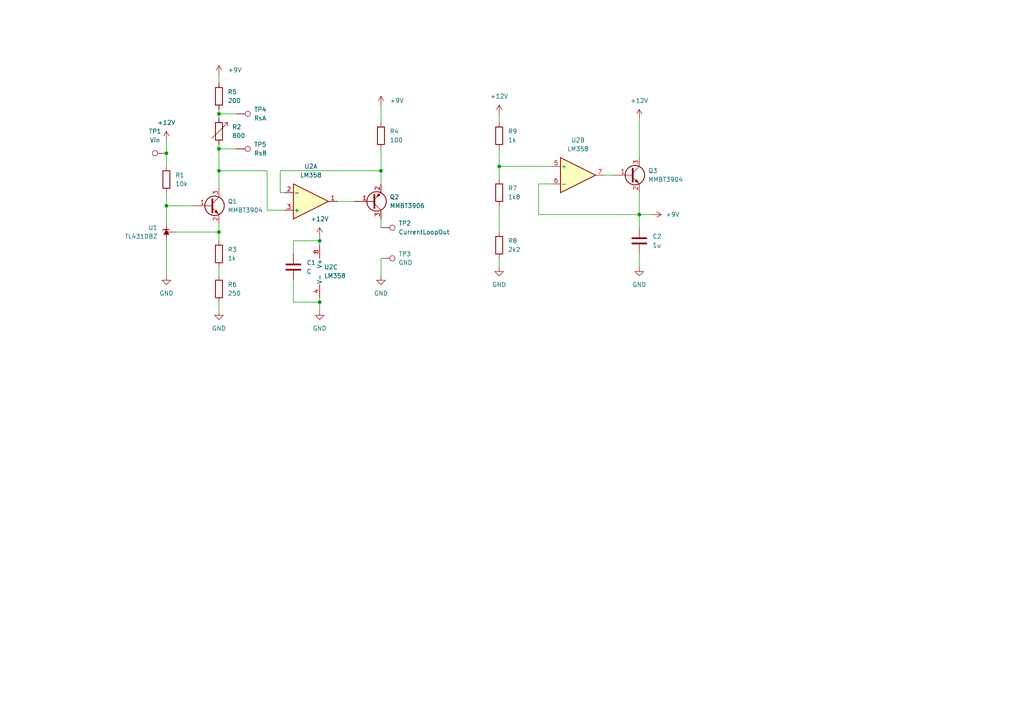
<source format=kicad_sch>
(kicad_sch (version 20211123) (generator eeschema)
  (paper "A4")
  (lib_symbols
    (symbol "Amplifier_Operational:LM358" (pin_names (offset 0.127))
      (property "Reference" "U" (at 0 5.08 0))
      (property "Value" "LM358" (at 0 -5.08 0))
      (symbol "LM358_1_1"
        (polyline (pts (xy -5.08 5.08) (xy 5.08 0) (xy -5.08 -5.08) (xy -5.08 5.08)) (stroke (width 0.254)) (fill (type background)))
        (pin output line (at 7.62 0 180) (length 2.54) (name "~") (number "1"))
        (pin input line (at -7.62 -2.54 0) (length 2.54) (name "-") (number "2"))
        (pin input line (at -7.62 2.54 0) (length 2.54) (name "+") (number "3"))
      )
      (symbol "LM358_2_1"
        (polyline (pts (xy -5.08 5.08) (xy 5.08 0) (xy -5.08 -5.08) (xy -5.08 5.08)) (stroke (width 0.254)) (fill (type background)))
        (pin input line (at -7.62 2.54 0) (length 2.54) (name "+") (number "5"))
        (pin input line (at -7.62 -2.54 0) (length 2.54) (name "-") (number "6"))
        (pin output line (at 7.62 0 180) (length 2.54) (name "~") (number "7"))
      )
      (symbol "LM358_3_1"
        (pin power_in line (at -2.54 -7.62 90) (length 3.81) (name "V-") (number "4"))
        (pin power_in line (at -2.54 7.62 270) (length 3.81) (name "V+") (number "8"))
      )
    )
    (symbol "Connector:TestPoint" (pin_numbers hide) (pin_names (offset 0.762) hide)
      (property "Reference" "TP" (at 0 6.858 0))
      (property "Value" "TestPoint" (at 0 5.08 0))
      (symbol "TestPoint_0_1"
        (circle (center 0 3.302) (radius 0.762))
      )
      (symbol "TestPoint_1_1"
        (pin passive line (at 0 0 90) (length 2.54) (name "1") (number "1"))
      )
    )
    (symbol "Device:C" (pin_numbers hide) (pin_names (offset 0.254))
      (property "Reference" "C" (at 0.635 2.54 0))
      (property "Value" "C" (at 0.635 -2.54 0))
      (symbol "C_0_1"
        (polyline (pts (xy -2.032 -0.762) (xy 2.032 -0.762)) (stroke (width 0.508)))
        (polyline (pts (xy -2.032 0.762) (xy 2.032 0.762)) (stroke (width 0.508)))
      )
      (symbol "C_1_1"
        (pin passive line (at 0 3.81 270) (length 2.794) (name "~") (number "1"))
        (pin passive line (at 0 -3.81 90) (length 2.794) (name "~") (number "2"))
      )
    )
    (symbol "Device:R" (pin_numbers hide) (pin_names (offset 0))
      (property "Reference" "R" (at 2.032 0 90))
      (property "Value" "R" (at 0 0 90))
      (symbol "R_0_1"
        (rectangle (start -1.016 -2.54) (end 1.016 2.54) (stroke (width 0.254)))
      )
      (symbol "R_1_1"
        (pin passive line (at 0 3.81 270) (length 1.27) (name "~") (number "1"))
        (pin passive line (at 0 -3.81 90) (length 1.27) (name "~") (number "2"))
      )
    )
    (symbol "Device:R_Variable" (pin_numbers hide) (pin_names (offset 0))
      (property "Reference" "R" (at 2.54 -2.54 90))
      (property "Value" "R_Variable" (at -2.54 -1.27 90))
      (symbol "R_Variable_0_1"
        (rectangle (start -1.016 -2.54) (end 1.016 2.54) (stroke (width 0.254)))
        (polyline (pts (xy 2.54 1.524) (xy 2.54 2.54) (xy 1.524 2.54) (xy 2.54 2.54) (xy -2.032 -2.032)))
      )
      (symbol "R_Variable_1_1"
        (pin passive line (at 0 3.81 270) (length 1.27) (name "~") (number "1"))
        (pin passive line (at 0 -3.81 90) (length 1.27) (name "~") (number "2"))
      )
    )
    (symbol "Reference_Voltage:TL431DBZ" (pin_numbers hide) (pin_names hide)
      (property "Reference" "U" (at -2.54 2.54 0))
      (property "Value" "TL431DBZ" (at 0 -2.54 0))
      (symbol "TL431DBZ_0_1"
        (polyline (pts (xy -1.27 0) (xy 0 0) (xy 1.27 0)))
        (polyline (pts (xy -0.762 0.762) (xy 0.762 0) (xy -0.762 -0.762)) (fill (type outline)))
        (polyline (pts (xy 0.508 -1.016) (xy 0.762 -0.762) (xy 0.762 0.762) (xy 0.762 0.762)) (stroke (width 0.254)))
      )
      (symbol "TL431DBZ_1_1"
        (pin passive line (at 2.54 0 180) (length 2.54) (name "K") (number "1"))
        (pin passive line (at 0 2.54 270) (length 2.54) (name "REF") (number "2"))
        (pin passive line (at -2.54 0 0) (length 2.54) (name "A") (number "3"))
      )
    )
    (symbol "Transistor_BJT:MMBT3904" (pin_names (offset 0) hide)
      (property "Reference" "Q" (at 5.08 1.905 0))
      (property "Value" "MMBT3904" (at 5.08 0 0))
      (symbol "MMBT3904_0_1"
        (polyline (pts (xy 0.635 0.635) (xy 2.54 2.54)))
        (polyline (pts (xy 0.635 -0.635) (xy 2.54 -2.54) (xy 2.54 -2.54)))
        (polyline (pts (xy 0.635 1.905) (xy 0.635 -1.905) (xy 0.635 -1.905)) (stroke (width 0.508)))
        (polyline (pts (xy 1.27 -1.778) (xy 1.778 -1.27) (xy 2.286 -2.286) (xy 1.27 -1.778) (xy 1.27 -1.778)) (fill (type outline)))
        (circle (center 1.27 0) (radius 2.8194) (stroke (width 0.254)))
      )
      (symbol "MMBT3904_1_1"
        (pin input line (at -5.08 0 0) (length 5.715) (name "B") (number "1"))
        (pin passive line (at 2.54 -5.08 90) (length 2.54) (name "E") (number "2"))
        (pin passive line (at 2.54 5.08 270) (length 2.54) (name "C") (number "3"))
      )
    )
    (symbol "Transistor_BJT:MMBT3906" (pin_names (offset 0) hide)
      (property "Reference" "Q" (at 5.08 1.905 0))
      (property "Value" "MMBT3906" (at 5.08 0 0))
      (symbol "MMBT3906_0_1"
        (polyline (pts (xy 0.635 0.635) (xy 2.54 2.54)))
        (polyline (pts (xy 0.635 -0.635) (xy 2.54 -2.54) (xy 2.54 -2.54)))
        (polyline (pts (xy 0.635 1.905) (xy 0.635 -1.905) (xy 0.635 -1.905)) (stroke (width 0.508)))
        (polyline (pts (xy 2.286 -1.778) (xy 1.778 -2.286) (xy 1.27 -1.27) (xy 2.286 -1.778) (xy 2.286 -1.778)) (fill (type outline)))
        (circle (center 1.27 0) (radius 2.8194) (stroke (width 0.254)))
      )
      (symbol "MMBT3906_1_1"
        (pin input line (at -5.08 0 0) (length 5.715) (name "B") (number "1"))
        (pin passive line (at 2.54 -5.08 90) (length 2.54) (name "E") (number "2"))
        (pin passive line (at 2.54 5.08 270) (length 2.54) (name "C") (number "3"))
      )
    )
    (symbol "power:+12V" (power) (pin_names (offset 0))
      (property "Value" "+12V" (at 0 3.556 0))
      (symbol "+12V_0_1"
        (polyline (pts (xy -0.762 1.27) (xy 0 2.54)))
        (polyline (pts (xy 0 0) (xy 0 2.54)))
        (polyline (pts (xy 0 2.54) (xy 0.762 1.27)))
      )
      (symbol "+12V_1_1"
        (pin power_in line (at 0 0 90) (length 0) hide (name "+12V") (number "1"))
      )
    )
    (symbol "power:+9V" (power) (pin_names (offset 0))
      (property "Value" "+9V" (at 0 3.556 0))
      (symbol "+9V_0_1"
        (polyline (pts (xy -0.762 1.27) (xy 0 2.54)))
        (polyline (pts (xy 0 0) (xy 0 2.54)))
        (polyline (pts (xy 0 2.54) (xy 0.762 1.27)))
      )
      (symbol "+9V_1_1"
        (pin power_in line (at 0 0 90) (length 0) hide (name "+9V") (number "1"))
      )
    )
    (symbol "power:GND" (power) (pin_names (offset 0))
      (property "Value" "GND" (at 0 -3.81 0))
      (symbol "GND_0_1"
        (polyline (pts (xy 0 0) (xy 0 -1.27) (xy 1.27 -1.27) (xy 0 -2.54) (xy -1.27 -1.27) (xy 0 -1.27)))
      )
      (symbol "GND_1_1"
        (pin power_in line (at 0 0 270) (length 0) hide (name "GND") (number "1"))
      )
    )
  )
  (junction (at 63.5 49.53))
  (junction (at 48.26 44.45))
  (junction (at 92.71 87.63))
  (junction (at 110.49 49.53))
  (junction (at 144.78 48.26))
  (junction (at 92.71 69.85))
  (junction (at 185.42 62.23))
  (junction (at 63.5 43.18))
  (junction (at 63.5 33.02))
  (junction (at 48.26 59.69))
  (junction (at 63.5 67.31))
  (wire (pts (xy 97.79 58.42) (xy 102.87 58.42)))
  (wire (pts (xy 50.8 67.31) (xy 63.5 67.31)))
  (wire (pts (xy 185.42 62.23) (xy 189.23 62.23)))
  (wire (pts (xy 85.09 87.63) (xy 85.09 81.28)))
  (wire (pts (xy 185.42 62.23) (xy 185.42 55.88)))
  (wire (pts (xy 110.49 74.93) (xy 110.49 80.01)))
  (wire (pts (xy 92.71 86.36) (xy 92.71 87.63)))
  (wire (pts (xy 85.09 69.85) (xy 92.71 69.85)))
  (wire (pts (xy 144.78 33.02) (xy 144.78 35.56)))
  (wire (pts (xy 48.26 40.64) (xy 48.26 44.45)))
  (wire (pts (xy 185.42 34.29) (xy 185.42 45.72)))
  (wire (pts (xy 63.5 31.75) (xy 63.5 33.02)))
  (wire (pts (xy 48.26 55.88) (xy 48.26 59.69)))
  (wire (pts (xy 63.5 21.59) (xy 63.5 24.13)))
  (wire (pts (xy 92.71 87.63) (xy 85.09 87.63)))
  (wire (pts (xy 63.5 87.63) (xy 63.5 90.17)))
  (wire (pts (xy 110.49 49.53) (xy 110.49 53.34)))
  (wire (pts (xy 81.28 55.88) (xy 81.28 49.53)))
  (wire (pts (xy 85.09 73.66) (xy 85.09 69.85)))
  (wire (pts (xy 92.71 87.63) (xy 92.71 90.17)))
  (wire (pts (xy 63.5 77.47) (xy 63.5 80.01)))
  (wire (pts (xy 175.26 50.8) (xy 177.8 50.8)))
  (wire (pts (xy 92.71 68.58) (xy 92.71 69.85)))
  (wire (pts (xy 77.47 60.96) (xy 77.47 49.53)))
  (wire (pts (xy 144.78 48.26) (xy 160.02 48.26)))
  (wire (pts (xy 92.71 69.85) (xy 92.71 71.12)))
  (wire (pts (xy 144.78 74.93) (xy 144.78 77.47)))
  (wire (pts (xy 77.47 49.53) (xy 63.5 49.53)))
  (wire (pts (xy 144.78 59.69) (xy 144.78 67.31)))
  (wire (pts (xy 110.49 63.5) (xy 110.49 66.04)))
  (wire (pts (xy 82.55 60.96) (xy 77.47 60.96)))
  (wire (pts (xy 63.5 49.53) (xy 63.5 54.61)))
  (wire (pts (xy 110.49 30.48) (xy 110.49 35.56)))
  (wire (pts (xy 81.28 49.53) (xy 110.49 49.53)))
  (wire (pts (xy 144.78 43.18) (xy 144.78 48.26)))
  (wire (pts (xy 48.26 64.77) (xy 48.26 59.69)))
  (wire (pts (xy 63.5 43.18) (xy 68.58 43.18)))
  (wire (pts (xy 63.5 41.91) (xy 63.5 43.18)))
  (wire (pts (xy 48.26 44.45) (xy 48.26 48.26)))
  (wire (pts (xy 160.02 53.34) (xy 156.21 53.34)))
  (wire (pts (xy 156.21 53.34) (xy 156.21 62.23)))
  (wire (pts (xy 185.42 73.66) (xy 185.42 77.47)))
  (wire (pts (xy 156.21 62.23) (xy 185.42 62.23)))
  (wire (pts (xy 48.26 59.69) (xy 55.88 59.69)))
  (wire (pts (xy 110.49 49.53) (xy 110.49 43.18)))
  (wire (pts (xy 63.5 43.18) (xy 63.5 49.53)))
  (wire (pts (xy 63.5 33.02) (xy 63.5 34.29)))
  (wire (pts (xy 63.5 67.31) (xy 63.5 69.85)))
  (wire (pts (xy 82.55 55.88) (xy 81.28 55.88)))
  (wire (pts (xy 63.5 33.02) (xy 68.58 33.02)))
  (wire (pts (xy 48.26 69.85) (xy 48.26 80.01)))
  (wire (pts (xy 144.78 48.26) (xy 144.78 52.07)))
  (wire (pts (xy 185.42 62.23) (xy 185.42 66.04)))
  (wire (pts (xy 63.5 64.77) (xy 63.5 67.31)))
  (symbol (lib_id "Transistor_BJT:MMBT3904") (at 182.88 50.8 0) (unit 1)
    (property "Reference" "Q3" (at 187.96 49.5299 0) (effects (justify left)))
    (property "Value" "MMBT3904" (at 187.96 52.0699 0) (effects (justify left)))
    (property "Footprint" "Package_TO_SOT_SMD:SOT-23_Handsoldering" (effects hide))
    (property "Datasheet" "https://www.onsemi.com/pub/Collateral/2N3903-D.PDF" (effects hide))
  )
  (symbol (lib_id "Reference_Voltage:TL431DBZ") (at 48.26 67.31 270) (mirror x) (unit 1)
    (property "Reference" "U1" (at 45.72 66.0399 90) (effects (justify right)))
    (property "Value" "TL431DBZ" (at 45.72 68.5799 90) (effects (justify right)))
    (property "Footprint" "Package_TO_SOT_SMD:SOT-23" (effects hide))
    (property "Datasheet" "http://www.ti.com/lit/ds/symlink/tl431.pdf" (effects hide))
  )
  (symbol (lib_id "Amplifier_Operational:LM358") (at 90.17 78.74 0) (mirror y) (unit 3)
    (property "Reference" "U2" (at 93.98 77.4699 0) (effects (justify right)))
    (property "Value" "LM358" (at 93.98 80.0099 0) (effects (justify right)))
    (property "Footprint" "Package_SO:SO-8_5.3x6.2mm_P1.27mm" (effects hide))
    (property "Datasheet" "http://www.ti.com/lit/ds/symlink/lm2904-n.pdf" (effects hide))
  )
  (symbol (lib_id "Device:C") (at 185.42 69.85 0) (unit 1)
    (property "Reference" "C2" (at 189.23 68.5799 0) (effects (justify left)))
    (property "Value" "1u" (at 189.23 71.1199 0) (effects (justify left)))
    (property "Footprint" "Capacitor_SMD:C_0603_1608Metric_Pad1.08x0.95mm_HandSolder" (effects hide))
  )
  (symbol (lib_id "Device:R") (at 110.49 39.37 0) (unit 1)
    (property "Reference" "R4" (at 113.03 38.0999 0) (effects (justify left)))
    (property "Value" "100" (at 113.03 40.6399 0) (effects (justify left)))
    (property "Footprint" "Resistor_SMD:R_0603_1608Metric" (effects hide))
  )
  (symbol (lib_id "power:GND") (at 48.26 80.01 0) (unit 1)
    (property "Reference" "#PWR0104" (effects hide))
    (property "Value" "GND" (at 48.26 85.09 0))
  )
  (symbol (lib_id "Amplifier_Operational:LM358") (at 167.64 50.8 0) (unit 2)
    (property "Reference" "U2" (at 167.64 40.64 0))
    (property "Value" "LM358" (at 167.64 43.18 0))
    (property "Datasheet" "http://www.ti.com/lit/ds/symlink/lm2904-n.pdf" (effects hide))
  )
  (symbol (lib_id "Device:R") (at 48.26 52.07 0) (unit 1)
    (property "Reference" "R1" (at 50.8 50.7999 0) (effects (justify left)))
    (property "Value" "10k" (at 50.8 53.3399 0) (effects (justify left)))
    (property "Footprint" "Resistor_SMD:R_0603_1608Metric" (effects hide))
  )
  (symbol (lib_id "Device:R") (at 63.5 83.82 0) (unit 1)
    (property "Reference" "R6" (at 66.04 82.5499 0) (effects (justify left)))
    (property "Value" "250" (at 66.04 85.0899 0) (effects (justify left)))
    (property "Footprint" "Resistor_SMD:R_0603_1608Metric" (effects hide))
  )
  (symbol (lib_id "Device:R") (at 144.78 71.12 0) (unit 1)
    (property "Reference" "R8" (at 147.32 69.8499 0) (effects (justify left)))
    (property "Value" "2k2" (at 147.32 72.3899 0) (effects (justify left)))
    (property "Footprint" "Resistor_SMD:R_0603_1608Metric" (effects hide))
  )
  (symbol (lib_id "power:GND") (at 92.71 90.17 0) (unit 1)
    (property "Reference" "#PWR0109" (effects hide))
    (property "Value" "GND" (at 92.71 95.25 0))
  )
  (symbol (lib_id "Connector:TestPoint") (at 48.26 44.45 90) (unit 1)
    (property "Reference" "TP1" (at 44.958 38.1 90))
    (property "Value" "Vin" (at 44.958 40.64 90))
    (property "Footprint" "Connector_PinHeader_2.54mm:PinHeader_1x01_P2.54mm_Vertical" (effects hide))
  )
  (symbol (lib_id "Device:R") (at 63.5 73.66 0) (unit 1)
    (property "Reference" "R3" (at 66.04 72.3899 0) (effects (justify left)))
    (property "Value" "1k" (at 66.04 74.9299 0) (effects (justify left)))
    (property "Footprint" "Resistor_SMD:R_0603_1608Metric" (effects hide))
  )
  (symbol (lib_id "Device:R") (at 144.78 39.37 0) (unit 1)
    (property "Reference" "R9" (at 147.32 38.0999 0) (effects (justify left)))
    (property "Value" "1k" (at 147.32 40.6399 0) (effects (justify left)))
    (property "Footprint" "Resistor_SMD:R_0603_1608Metric" (effects hide))
  )
  (symbol (lib_id "Transistor_BJT:MMBT3906") (at 107.95 58.42 0) (mirror x) (unit 1)
    (property "Reference" "Q2" (at 113.03 57.1499 0) (effects (justify left)))
    (property "Value" "MMBT3906" (at 113.03 59.6899 0) (effects (justify left)))
    (property "Footprint" "Package_TO_SOT_SMD:SOT-23_Handsoldering" (effects hide))
    (property "Datasheet" "https://www.onsemi.com/pub/Collateral/2N3906-D.PDF" (effects hide))
  )
  (symbol (lib_id "power:GND") (at 144.78 77.47 0) (unit 1)
    (property "Reference" "#PWR04" (effects hide))
    (property "Value" "GND" (at 144.78 82.55 0))
  )
  (symbol (lib_id "Device:C") (at 85.09 77.47 0) (unit 1)
    (property "Reference" "C1" (at 88.9 76.1999 0) (effects (justify left)))
    (property "Value" "C" (at 88.9 78.7399 0) (effects (justify left)))
    (property "Footprint" "Capacitor_SMD:C_0603_1608Metric_Pad1.08x0.95mm_HandSolder" (effects hide))
  )
  (symbol (lib_id "power:GND") (at 63.5 90.17 0) (unit 1)
    (property "Reference" "#PWR0103" (effects hide))
    (property "Value" "GND" (at 63.5 95.25 0))
  )
  (symbol (lib_id "Amplifier_Operational:LM358") (at 90.17 58.42 0) (mirror x) (unit 1)
    (property "Reference" "U2" (at 90.17 48.26 0))
    (property "Value" "LM358" (at 90.17 50.8 0))
    (property "Footprint" "Package_SO:SO-8_5.3x6.2mm_P1.27mm" (effects hide))
    (property "Datasheet" "http://www.ti.com/lit/ds/symlink/lm2904-n.pdf" (effects hide))
  )
  (symbol (lib_id "power:+12V") (at 48.26 40.64 0) (unit 1)
    (property "Reference" "#PWR0105" (effects hide))
    (property "Value" "+12V" (at 48.26 35.56 0))
  )
  (symbol (lib_id "Connector:TestPoint") (at 110.49 66.04 270) (unit 1)
    (property "Reference" "TP2" (at 115.57 64.7699 90) (effects (justify left)))
    (property "Value" "CurrentLoopOut" (at 115.57 67.3099 90) (effects (justify left)))
    (property "Footprint" "Connector_PinHeader_2.54mm:PinHeader_1x01_P2.54mm_Vertical" (effects hide))
  )
  (symbol (lib_id "Connector:TestPoint") (at 110.49 74.93 270) (unit 1)
    (property "Reference" "TP3" (at 115.57 73.6599 90) (effects (justify left)))
    (property "Value" "GND" (at 115.57 76.1999 90) (effects (justify left)))
    (property "Footprint" "Connector_PinHeader_2.54mm:PinHeader_1x01_P2.54mm_Vertical" (effects hide))
  )
  (symbol (lib_id "Connector:TestPoint") (at 68.58 33.02 270) (unit 1)
    (property "Reference" "TP4" (at 73.66 31.7499 90) (effects (justify left)))
    (property "Value" "RsA" (at 73.66 34.2899 90) (effects (justify left)))
    (property "Footprint" "Connector_PinHeader_2.54mm:PinHeader_1x01_P2.54mm_Vertical" (effects hide))
  )
  (symbol (lib_id "power:+12V") (at 144.78 33.02 0) (unit 1)
    (property "Reference" "#PWR03" (effects hide))
    (property "Value" "+12V" (at 144.78 27.94 0))
  )
  (symbol (lib_id "power:+12V") (at 185.42 34.29 0) (unit 1)
    (property "Reference" "#PWR05" (effects hide))
    (property "Value" "+12V" (at 185.42 29.21 0))
  )
  (symbol (lib_id "power:+9V") (at 63.5 21.59 0) (unit 1)
    (property "Reference" "#PWR01" (effects hide))
    (property "Value" "+9V" (at 66.04 20.3199 0) (effects (justify left)))
  )
  (symbol (lib_id "power:+12V") (at 92.71 68.58 0) (unit 1)
    (property "Reference" "#PWR0108" (effects hide))
    (property "Value" "+12V" (at 92.71 63.5 0))
  )
  (symbol (lib_id "power:+9V") (at 189.23 62.23 270) (unit 1)
    (property "Reference" "#PWR06" (effects hide))
    (property "Value" "+9V" (at 193.04 62.2299 90) (effects (justify left)))
  )
  (symbol (lib_id "Device:R") (at 63.5 27.94 0) (unit 1)
    (property "Reference" "R5" (at 66.04 26.6699 0) (effects (justify left)))
    (property "Value" "200" (at 66.04 29.2099 0) (effects (justify left)))
    (property "Footprint" "Resistor_SMD:R_0603_1608Metric" (effects hide))
  )
  (symbol (lib_id "Transistor_BJT:MMBT3904") (at 60.96 59.69 0) (unit 1)
    (property "Reference" "Q1" (at 66.04 58.4199 0) (effects (justify left)))
    (property "Value" "MMBT3904" (at 66.04 60.9599 0) (effects (justify left)))
    (property "Footprint" "Package_TO_SOT_SMD:SOT-23_Handsoldering" (effects hide))
    (property "Datasheet" "https://www.onsemi.com/pub/Collateral/2N3903-D.PDF" (effects hide))
  )
  (symbol (lib_id "Device:R_Variable") (at 63.5 38.1 0) (unit 1) (on_board no)
    (property "Reference" "R2" (at 67.31 36.8299 0) (effects (justify left)))
    (property "Value" "800" (at 67.31 39.3699 0) (effects (justify left)))
    (property "Footprint" "Connector_PinHeader_2.54mm:PinHeader_1x02_P2.54mm_Vertical" (effects hide))
  )
  (symbol (lib_id "Connector:TestPoint") (at 68.58 43.18 270) (unit 1)
    (property "Reference" "TP5" (at 73.66 41.9099 90) (effects (justify left)))
    (property "Value" "RsB" (at 73.66 44.4499 90) (effects (justify left)))
    (property "Footprint" "Connector_PinHeader_2.54mm:PinHeader_1x01_P2.54mm_Vertical" (effects hide))
  )
  (symbol (lib_id "Device:R") (at 144.78 55.88 0) (unit 1)
    (property "Reference" "R7" (at 147.32 54.6099 0) (effects (justify left)))
    (property "Value" "1k8" (at 147.32 57.1499 0) (effects (justify left)))
    (property "Footprint" "Resistor_SMD:R_0603_1608Metric" (effects hide))
  )
  (symbol (lib_id "power:+9V") (at 110.49 30.48 0) (unit 1)
    (property "Reference" "#PWR02" (effects hide))
    (property "Value" "+9V" (at 113.03 29.2099 0) (effects (justify left)))
  )
  (symbol (lib_id "power:GND") (at 185.42 77.47 0) (unit 1)
    (property "Reference" "#PWR0102" (effects hide))
    (property "Value" "GND" (at 185.42 82.55 0))
  )
  (symbol (lib_id "power:GND") (at 110.49 80.01 0) (unit 1)
    (property "Reference" "#PWR0101" (effects hide))
    (property "Value" "GND" (at 110.49 85.09 0))
  )
)
</source>
